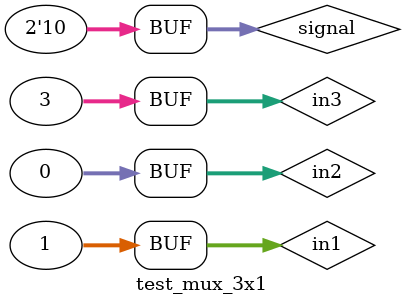
<source format=v>
`timescale 1ns / 1ps


module test_mux_3x1;

	// Inputs
	reg [31:0] in1;
	reg [31:0] in2;
	reg [31:0] in3;
	reg [1:0] signal;

	// Outputs
	wire [31:0] out;

	// Instantiate the Unit Under Test (UUT)
	mux_3x1 uut (
		.in1(in1), 
		.in2(in2), 
		.in3(in3), 
		.signal(signal), 
		.out(out)
	);

	initial begin
		$monitor("in1 = %b, in2 = %b, in3 = %b, signal = %b, out = %b", in1, in2, in3, signal, out);
		// Initialize Inputs
		in1 = 32'b1;
		in2 = 32'b0;
		in3 = 32'b11;
		signal = 2'b00;

		// Wait 100 ns for global reset to finish
		#100;
		in1 = 32'b1;
		in2 = 32'b0;
		in3 = 32'b11;
		signal = 2'b01;
		
		#100;
		in1 = 32'b1;
		in2 = 32'b0;
		in3 = 32'b11;
		signal = 2'b10;
        
		// Add stimulus here

	end
      
endmodule


</source>
